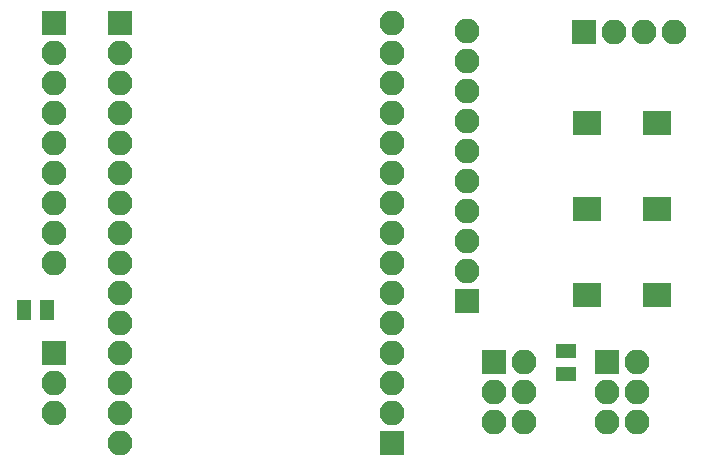
<source format=gts>
G04 #@! TF.GenerationSoftware,KiCad,Pcbnew,(5.1.5-0-10_14)*
G04 #@! TF.CreationDate,2020-04-27T22:25:58+02:00*
G04 #@! TF.ProjectId,ESP12-Domo,45535031-322d-4446-9f6d-6f2e6b696361,rev?*
G04 #@! TF.SameCoordinates,Original*
G04 #@! TF.FileFunction,Soldermask,Top*
G04 #@! TF.FilePolarity,Negative*
%FSLAX46Y46*%
G04 Gerber Fmt 4.6, Leading zero omitted, Abs format (unit mm)*
G04 Created by KiCad (PCBNEW (5.1.5-0-10_14)) date 2020-04-27 22:25:58*
%MOMM*%
%LPD*%
G04 APERTURE LIST*
%ADD10R,2.100000X2.100000*%
%ADD11O,2.100000X2.100000*%
%ADD12R,1.289000X1.797000*%
%ADD13R,1.797000X1.289000*%
%ADD14R,2.398980X2.000200*%
G04 APERTURE END LIST*
D10*
X140700000Y-88800000D03*
D11*
X140700000Y-86260000D03*
X140700000Y-83720000D03*
X140700000Y-81180000D03*
X140700000Y-78640000D03*
X140700000Y-76100000D03*
X140700000Y-73560000D03*
X140700000Y-71020000D03*
X140700000Y-68480000D03*
X140700000Y-65940000D03*
D10*
X105700000Y-65300000D03*
D11*
X105700000Y-67840000D03*
X105700000Y-70380000D03*
X105700000Y-72920000D03*
X105700000Y-75460000D03*
X105700000Y-78000000D03*
X105700000Y-80540000D03*
X105700000Y-83080000D03*
X105700000Y-85620000D03*
D10*
X105700000Y-93200000D03*
D11*
X105700000Y-95740000D03*
X105700000Y-98280000D03*
D10*
X111300000Y-65300000D03*
D11*
X111300000Y-67840000D03*
X111300000Y-70380000D03*
X111300000Y-72920000D03*
X111300000Y-75460000D03*
X111300000Y-78000000D03*
X111300000Y-80540000D03*
X111300000Y-83080000D03*
X111300000Y-85620000D03*
X111300000Y-88160000D03*
X111300000Y-90700000D03*
X111300000Y-93240000D03*
X111300000Y-95780000D03*
X111300000Y-98320000D03*
X111300000Y-100860000D03*
D10*
X150600000Y-66000000D03*
D11*
X153140000Y-66000000D03*
X155680000Y-66000000D03*
X158220000Y-66000000D03*
X134300000Y-65290000D03*
X134300000Y-67830000D03*
X134300000Y-70370000D03*
X134300000Y-72910000D03*
X134300000Y-75450000D03*
X134300000Y-77990000D03*
X134300000Y-80530000D03*
X134300000Y-83070000D03*
X134300000Y-85610000D03*
X134300000Y-88150000D03*
X134300000Y-90690000D03*
X134300000Y-93230000D03*
X134300000Y-95770000D03*
X134300000Y-98310000D03*
D10*
X134300000Y-100850000D03*
X143000000Y-93983500D03*
D11*
X145540000Y-93983500D03*
X143000000Y-96523500D03*
X145540000Y-96523500D03*
X143000000Y-99063500D03*
X145540000Y-99063500D03*
X155040000Y-99063500D03*
X152500000Y-99063500D03*
X155040000Y-96523500D03*
X152500000Y-96523500D03*
X155040000Y-93983500D03*
D10*
X152500000Y-93983500D03*
D12*
X105105000Y-89600000D03*
X103200000Y-89600000D03*
D13*
X149100000Y-93047500D03*
X149100000Y-94952500D03*
D14*
X156799740Y-73700000D03*
X150800260Y-73700000D03*
X150800260Y-81000000D03*
X156799740Y-81000000D03*
X156799740Y-88300000D03*
X150800260Y-88300000D03*
M02*

</source>
